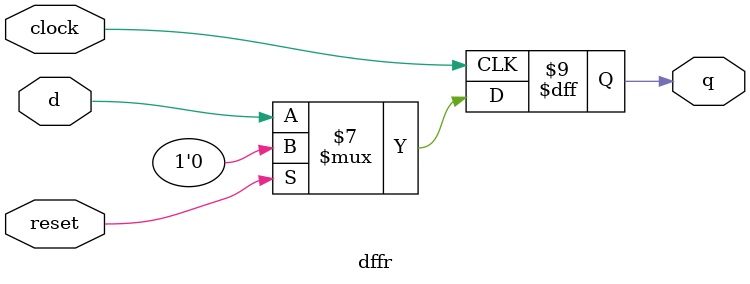
<source format=sv>
module dffr (input clock, reset, d, output reg q);

    always @ (posedge clock)
        if (reset)
            q <= 1'b0;
        else
            q <= d;

endmodule

module top
(
    input  clock, reset, i1, i2,
    output o1, o2
);

    wire w1, w2, w3, w4;

    and  a1 (i1, i2, w1);
    or   o1 (i2, w1, w3);
    dffr f1 (clock, reset, w3, w4);
    and  a2 (w4, i2, o1);
    not  n1 (w1, o2);

endmodule

</source>
